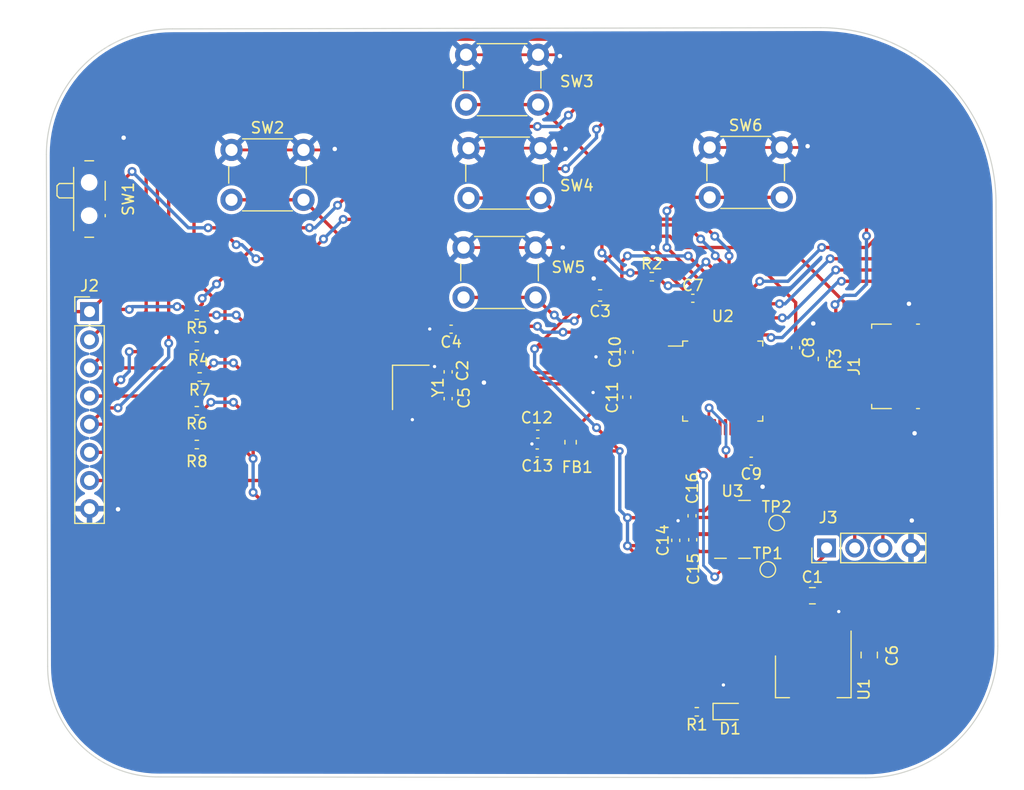
<source format=kicad_pcb>
(kicad_pcb (version 20211014) (generator pcbnew)
  (title_block (title "Graccel Mouse") (date "2022-07-20") (rev "v0.1") (company "Wj Chong"))
  (layers (0 "F.Cu" signal) (31 "B.Cu" power) (34 "B.Paste" user) (35 "F.Paste" user) (36 "B.SilkS" user "B.Silkscreen") (37 "F.SilkS" user "F.Silkscreen") (38 "B.Mask" user) (39 "F.Mask" user) (44 "Edge.Cuts" user))
  (net 0 "")
  (net 1 "VBUS")
  (net 2 "GND")
  (net 3 "/HSE_IN")
  (net 4 "+3.3V")
  (net 5 "/NRST")
  (net 6 "/HSE_OUT")
  (net 7 "+3.3VA")
  (net 8 "/PWR_LED_K")
  (net 9 "/USB_D-")
  (net 10 "/USB_D+")
  (net 12 "/USART1_TX")
  (net 13 "/USART1_RX")
  (net 14 "Net-(R2-Pad1)")
  (net 15 "/BOOT0")
  (net 23 "/SPI1_NSS")
  (net 24 "/SPI1_SCK")
  (net 25 "/SPI1_MISO")
  (net 26 "/SPI1_MOSI")
  (net 37 "Net-(TP1-Pad1)")
  (net 38 "Net-(TP2-Pad1)")
  (net 39 "/JTMS_SWDIO")
  (net 40 "/JTCK_SWCLK")
  (net 41 "/JTDI")
  (net 42 "/JTDO")
  (net 43 "/NJTRST")
  (net 44 "/LEFT_MOUSE")
  (net 48 "/WH_UP")
  (net 49 "/WHEEL_CLICK")
  (net 50 "/WH_DOWN")
  (net 51 "/RIGHT_MOUSE")
  (footprint "Capacitor_SMD:C_0402_1005Metric" (layer "F.Cu") (at 138.23 88.6575)
    (fp_text reference "C7")
    (fp_text value "100n")
  )
  (footprint "Connector_PinHeader_2.54mm:PinHeader_1x04_P2.54mm_Vertical" (layer "F.Cu") (at 150.3 111.19 90)
    (fp_text reference "J3")
    (fp_text value "Conn_01x04_Male")
  )
  (footprint "Resistor_SMD:R_0402_1005Metric" (layer "F.Cu") (at 93.472 90.17 180)
    (fp_text reference "R5")
    (fp_text value "10k")
  )
  (footprint "Resistor_SMD:R_0402_1005Metric" (layer "F.Cu") (at 93.472 98.806 180)
    (fp_text reference "R6")
    (fp_text value "10k")
  )
  (footprint "Crystal:Crystal_SMD_3225-4Pin_3.2x2.5mm" (layer "F.Cu") (at 112.78 96.6975 -90)
    (fp_text reference "Y1")
    (fp_text value "16MHz")
  )
  (footprint "Package_TO_SOT_SMD:SOT-223-3_TabPin2" (layer "F.Cu") (at 149.1 122.7875 -90)
    (fp_text reference "U1")
    (fp_text value "AMS1117-3.3")
  )
  (footprint "Connector_USB:USB_Micro-B_Molex_47346-0001" (layer "F.Cu") (at 156.08 94.8 90)
    (fp_text reference "J1")
    (fp_text value "USB_B_Micro")
  )
  (footprint "Capacitor_SMD:C_0402_1005Metric" (layer "F.Cu") (at 138.22 110.4475 90)
    (fp_text reference "C15")
    (fp_text value "100n")
  )
  (footprint "Inductor_SMD:L_0603_1608Metric" (layer "F.Cu") (at 127.2 101.6475 -90)
    (fp_text reference "FB1")
    (fp_text value "120R")
  )
  (footprint "Button_Switch_THT:SW_PUSH_6mm" (layer "F.Cu") (at 117.99 75.11)
    (fp_text reference "SW4")
    (fp_text value "SW_Push")
  )
  (footprint "Capacitor_SMD:C_0402_1005Metric" (layer "F.Cu") (at 138.16 108.2875 -90)
    (fp_text reference "C16")
    (fp_text value "100n")
  )
  (footprint "Capacitor_SMD:C_0402_1005Metric" (layer "F.Cu") (at 116.42 91.4475 180)
    (fp_text reference "C4")
    (fp_text value "100n")
  )
  (footprint "Button_Switch_THT:SW_PUSH_6mm" (layer "F.Cu") (at 117.54 84.08)
    (fp_text reference "SW5")
    (fp_text value "SW_Push")
  )
  (footprint "Capacitor_SMD:C_0402_1005Metric" (layer "F.Cu") (at 124.19 102.6175 180)
    (fp_text reference "C13")
    (fp_text value "1u")
  )
  (footprint "LED_SMD:LED_0603_1608Metric" (layer "F.Cu") (at 141.54 125.9475)
    (fp_text reference "D1")
    (fp_text value "RED")
  )
  (footprint "Button_Switch_THT:SW_PUSH_6mm" (layer "F.Cu") (at 139.75 75.05)
    (fp_text reference "SW6")
    (fp_text value "SW_Push")
  )
  (footprint "Resistor_SMD:R_0402_1005Metric" (layer "F.Cu") (at 93.472 92.964)
    (fp_text reference "R4")
    (fp_text value "10k")
  )
  (footprint "Button_Switch_THT:SW_PUSH_6mm" (layer "F.Cu") (at 96.6 75.27)
    (fp_text reference "SW2")
    (fp_text value "SW_Push")
  )
  (footprint "Capacitor_SMD:C_0402_1005Metric" (layer "F.Cu") (at 136.69 110.5 90)
    (fp_text reference "C14")
    (fp_text value "1u")
  )
  (footprint "Capacitor_SMD:C_0402_1005Metric" (layer "F.Cu") (at 132.48 93.5175 -90)
    (fp_text reference "C10")
    (fp_text value "100n")
  )
  (footprint "Connector_PinHeader_2.54mm:PinHeader_1x08_P2.54mm_Vertical" (layer "F.Cu") (at 83.79 89.86)
    (fp_text reference "J2")
    (fp_text value "Conn_01x08_Male")
  )
  (footprint "Resistor_SMD:R_0402_1005Metric" (layer "F.Cu") (at 138.59 125.97 180)
    (fp_text reference "R1")
    (fp_text value "1k5")
  )
  (footprint "TestPoint:TestPoint_Pad_D1.0mm" (layer "F.Cu") (at 145 113.13)
    (fp_text reference "TP1")
    (fp_text value "TestPoint")
  )
  (footprint "Resistor_SMD:R_0402_1005Metric" (layer "F.Cu") (at 134.53 86.71)
    (fp_text reference "R2")
    (fp_text value "10k")
  )
  (footprint "Resistor_SMD:R_0402_1005Metric" (layer "F.Cu") (at 149.93 94.13 -90)
    (fp_text reference "R3")
    (fp_text value "1k5")
  )
  (footprint "Capacitor_SMD:C_0402_1005Metric" (layer "F.Cu") (at 147.51 93.12 -90)
    (fp_text reference "C8")
    (fp_text value "100n")
  )
  (footprint "Resistor_SMD:R_0402_1005Metric" (layer "F.Cu") (at 93.472 101.854 180)
    (fp_text reference "R8")
    (fp_text value "10k")
  )
  (footprint "Capacitor_SMD:C_0805_2012Metric" (layer "F.Cu") (at 149.02 115.4975)
    (fp_text reference "C1")
    (fp_text value "22u")
  )
  (footprint "Capacitor_SMD:C_0402_1005Metric" (layer "F.Cu") (at 116.15 97.7175 90)
    (fp_text reference "C5")
    (fp_text value "10p")
  )
  (footprint "Capacitor_SMD:C_0603_1608Metric" (layer "F.Cu") (at 129.865 88.4 180)
    (fp_text reference "C3")
    (fp_text value "10u")
  )
  (footprint "TestPoint:TestPoint_Pad_D1.0mm" (layer "F.Cu") (at 145.8 108.93)
    (fp_text reference "TP2")
    (fp_text value "TestPoint")
  )
  (footprint "Capacitor_SMD:C_0402_1005Metric" (layer "F.Cu") (at 132.27 97.58 90)
    (fp_text reference "C11")
    (fp_text value "10n")
  )
  (footprint "Capacitor_SMD:C_0805_2012Metric" (layer "F.Cu") (at 154.15 120.8475 90)
    (fp_text reference "C6")
    (fp_text value "22u")
  )
  (footprint "Resistor_SMD:R_0402_1005Metric" (layer "F.Cu") (at 93.726 95.758 180)
    (fp_text reference "R7")
    (fp_text value "10k")
  )
  (footprint "Package_QFP:LQFP-48_7x7mm_P0.5mm" (layer "F.Cu") (at 140.93 96.1275)
    (fp_text reference "U2")
    (fp_text value "STM32F103C8Tx")
  )
  (footprint "Capacitor_SMD:C_0402_1005Metric" (layer "F.Cu") (at 124.24 100.9175 180)
    (fp_text reference "C12")
    (fp_text value "1u")
  )
  (footprint "Capacitor_SMD:C_0402_1005Metric" (layer "F.Cu") (at 143.5 103.3575 180)
    (fp_text reference "C9")
    (fp_text value "100n")
  )
  (footprint "Package_LGA:LGA-14_3x5mm_P0.8mm_LayoutBorder1x6y" (layer "F.Cu") (at 141.81 109.51)
    (fp_text reference "U3")
    (fp_text value "ADXL343")
  )
  (footprint "Button_Switch_SMD:SW_SPDT_PCM12" (layer "F.Cu") (at 84.085 79.7 -90)
    (fp_text reference "SW1")
    (fp_text value "SW_SPDT")
  )
  (footprint "Capacitor_SMD:C_0402_1005Metric" (layer "F.Cu") (at 116.15 95.2975 90)
    (fp_text reference "C2")
    (fp_text value "10p")
  )
  (footprint "Button_Switch_THT:SW_PUSH_6mm" (layer "F.Cu") (at 117.77 66.68)
    (fp_text reference "SW3")
    (fp_text value "SW_Push")
  )
  (gr_arc (start 149.78 64.24) (mid 160.959358 68.870642) (end 165.59 80.05) (layer "Edge.Cuts") (width 0.1))
  (gr_arc (start 79.896503 75.676508) (mid 83.23 67.65) (end 91.268937 64.346587) (layer "Edge.Cuts") (width 0.1))
  (gr_arc (start 165.75 120.04) (mid 162.248728 128.462073) (end 153.808701 131.919842) (layer "Edge.Cuts") (width 0.1))
  (gr_line (start 80.009985 121.870264) (end 79.896503 75.676508) (layer "Edge.Cuts") (width 0.1))
  (gr_line (start 149.78 64.24) (end 91.268937 64.346587) (layer "Edge.Cuts") (width 0.1))
  (gr_line (start 165.59 80.05) (end 165.75 120.04) (layer "Edge.Cuts") (width 0.1))
  (gr_line (start 153.808701 131.919842) (end 90 131.85) (layer "Edge.Cuts") (width 0.1))
  (gr_arc (start 90 131.85) (mid 82.933761 128.933497) (end 80.009985 121.870264) (layer "Edge.Cuts") (width 0.1))
  (segment (start 153.582 96.1) (end 152.88 96.802) (width 0.25) (layer "F.Cu") (net 1))
  (segment (start 146.8 116.7675) (end 148.07 115.4975) (width 0.3) (layer "F.Cu") (net 1))
  (segment (start 160.19 112.1) (end 160.19 106.54) (width 0.3) (layer "F.Cu") (net 1))
  (segment (start 159.17 113.12) (end 160.19 112.1) (width 0.3) (layer "F.Cu") (net 1))
  (segment (start 148.07 114.62) (end 149.63 113.06) (width 0.3) (layer "F.Cu") (net 1))
  (segment (start 159.11 113.06) (end 159.17 113.12) (width 0.3) (layer "F.Cu") (net 1))
  (segment (start 148.07 114.62) (end 148.07 115.4975) (width 0.3) (layer "F.Cu") (net 1))
  (segment (start 154.62 96.1) (end 153.582 96.1) (width 0.25) (layer "F.Cu") (net 1))
  (segment (start 160.19 106.54) (end 152.88 99.23) (width 0.3) (layer "F.Cu") (net 1))
  (segment (start 152.88 96.802) (end 152.88 99.23) (width 0.25) (layer "F.Cu") (net 1))
  (segment (start 146.8 116.7675) (end 146.8 119.6375) (width 0.3) (layer "F.Cu") (net 1))
  (segment (start 149.63 113.06) (end 159.11 113.06) (width 0.3) (layer "F.Cu") (net 1))
  (segment (start 151.4 119.6375) (end 151.4 116.9275) (width 0.5) (layer "F.Cu") (net 2))
  (segment (start 149.098 92.054965) (end 149.098 90.932) (width 0.3) (layer "F.Cu") (net 2))
  (segment (start 115.94 91.4475) (end 114.5075 91.4475) (width 0.5) (layer "F.Cu") (net 2))
  (segment (start 143.18 103.1975) (end 143.02 103.3575) (width 0.3) (layer "F.Cu") (net 2))
  (segment (start 113.63 95.5975) (end 114.1425 95.5975) (width 0.5) (layer "F.Cu") (net 2))
  (segment (start 139.75 75.05) (end 146.25 75.05) (width 0.25) (layer "F.Cu") (net 2))
  (segment (start 83.79 107.64) (end 86.304 107.64) (width 0.3) (layer "F.Cu") (net 2))
  (segment (start 154.705 97.2875) (end 156.3925 97.2875) (width 0.25) (layer "F.Cu") (net 2))
  (segment (start 138.22 109.9675) (end 136.7425 109.9675) (width 0.3) (layer "F.Cu") (net 2))
  (segment (start 103.1 75.27) (end 105.832 75.27) (width 0.25) (layer "F.Cu") (net 2))
  (segment (start 138.16 108.7675) (end 138.16 109.9075) (width 0.3) (layer "F.Cu") (net 2))
  (segment (start 138.68 91.965) (end 138.68 88.6875) (width 0.3) (layer "F.Cu") (net 2))
  (segment (start 136.9375 108.7675) (end 136.9 108.73) (width 0.3) (layer "F.Cu") (net 2))
  (segment (start 157.92 108.78) (end 157.988 108.712) (width 0.3) (layer "F.Cu") (net 2))
  (segment (start 140.81 108.31) (end 140.6825 108.4375) (width 0.3) (layer "F.Cu") (net 2))
  (segment (start 85.515 77.45) (end 86.868 76.097) (width 0.3) (layer "F.Cu") (net 2))
  (segment (start 118.4085 97.2375) (end 119.38 96.266) (width 0.3) (layer "F.Cu") (net 2))
  (segment (start 138.71 88.120046) (end 134.641977 84.052023) (width 0.3) (layer "F.Cu") (net 2))
  (segment (start 126.486 84.08) (end 126.492 84.074) (width 0.25) (layer "F.Cu") (net 2))
  (segment (start 154.62 92.3975) (end 154.705 92.3125) (width 0.25) (layer "F.Cu") (net 2))
  (segment (start 116.15 97.2375) (end 118.4085 97.2375) (width 0.3) (layer "F.Cu") (net 2))
  (segment (start 145.0925 93.8775) (end 147.2325 93.8775) (width 0.3) (layer "F.Cu") (net 2))
  (segment (start 114.9225 94.8175) (end 116.15 94.8175) (width 0.5) (layer "F.Cu") (net 2))
  (segment (start 149.97 115.4975) (end 151.4 116.9275) (width 0.5) (layer "F.Cu") (net 2))
  (segment (start 157.28 93.25) (end 157.28 91.425) (width 0.25) (layer "F.Cu") (net 2))
  (segment (start 140.81 109.91) (end 138.2775 109.91) (width 0.3) (layer "F.Cu") (net 2))
  (segment (start 117.54 84.08) (end 124.04 84.08) (width 0.25) (layer "F.Cu") (net 2))
  (segment (start 123.71 101.8) (end 123.71 100.9675) (width 0.5) (layer "F.Cu") (net 2))
  (segment (start 143.05 104.47) (end 144.244 105.664) (width 0.3) (layer "F.Cu") (net 2))
  (segment (start 138.08 125.97) (end 138.08 125.842685) (width 0.5) (layer "F.Cu") (net 2))
  (segment (start 124.27 66.68) (end 126.116 66.68) (width 0.25) (layer "F.Cu") (net 2))
  (segment (start 156.3925 97.2875) (end 157.28 98.175) (width 0.25) (layer "F.Cu") (net 2))
  (segment (start 157.28 95.95) (end 157.28 98.175) (width 0.25) (layer "F.Cu") (net 2))
  (segment (start 132.27 97.1) (end 132.4925 96.8775) (width 0.3) (layer "F.Cu") (net 2))
  (segment (start 138.71 88.6575) (end 138.71 88.120046) (width 0.3) (layer "F.Cu") (net 2))
  (segment (start 140.0675 109.9675) (end 138.22 109.9675) (width 0.3) (layer "F.Cu") (net 2))
  (segment (start 123.71 100.9675) (end 123.76 100.9175) (width 0.5) (layer "F.Cu") (net 2))
  (segment (start 86.304 107.64) (end 86.36 107.696) (width 0.3) (layer "F.Cu") (net 2))
  (segment (start 136.7425 109.9675) (end 136.69 110.02) (width 0.3) (layer "F.Cu") (net 2))
  (segment (start 147.51 93.6) (end 147.552965 93.6) (width 0.3) (layer "F.Cu") (net 2))
  (segment (start 140.372685 123.55) (end 140.99 123.55) (width 0.5) (layer "F.Cu") (net 2))
  (segment (start 138.08 125.842685) (end 140.372685 123.55) (width 0.5) (layer "F.Cu") (net 2))
  (segment (start 147.2325 93.8775) (end 147.51 93.6) (width 0.3) (layer "F.Cu") (net 2))
  (segment (start 93.982 92.962) (end 95.25 91.694) (width 0.3) (layer "F.Cu") (net 2))
  (segment (start 132.48 93.9975) (end 129.5475 93.9975) (width 0.3) (layer "F.Cu") (net 2))
  (segment (start 138.68 88.6875) (end 138.71 88.6575) (width 0.3) (layer "F.Cu") (net 2))
  (segment (start 154.62 93.5) (end 154.62 92.3975) (width 0.25) (layer "F.Cu") (net 2))
  (segment (start 138.16 109.9075) (end 138.22 109.9675) (width 0.3) (layer "F.Cu") (net 2))
  (segment (start 151.66 119.8975) (end 151.4 119.6375) (width 0.5) (layer "F.Cu") (net 2))
  (segment (start 140.81 110.71) (end 140.0675 109.9675) (width 0.3) (layer "F.Cu") (net 2))
  (segment (start 114.5075 91.4475) (end 114.49 91.43) (width 0.5) (layer "F.Cu") (net 2))
  (segment (start 157.28 89.608) (end 157.734 89.154) (width 0.25) (layer "F.Cu") (net 2))
  (segment (start 126.116 66.68) (end 126.238 66.802) (width 0.25) (layer "F.Cu") (net 2))
  (segment (start 140.6825 108.4375) (end 138.49 108.4375) (width 0.3) (layer "F.Cu") (net 2))
  (segment (start 111.93 97.7975) (end 111.93 98.62) (width 0.5) (layer "F.Cu") (net 2))
  (segment (start 154.15 119.8975) (end 151.66 119.8975) (width 0.5) (layer "F.Cu") (net 2))
  (segment (start 157.92 111.19) (end 157.92 108.78) (width 0.3) (layer "F.Cu") (net 2))
  (segment (start 129.09 87.064) (end 129.286 86.868) (width 0.3) (layer "F.Cu") (net 2))
  (segment (start 124.49 75.11) (end 126.672 75.11) (width 0.25) (layer "F.Cu") (net 2))
  (segment (start 105.832 75.27) (end 105.918 75.184) (width 0.25) (layer "F.Cu") (net 2))
  (segment (start 93.982 92.964) (end 93.982 92.962) (width 0.3) (layer "F.Cu") (net 2))
  (segment (start 156.3925 92.3125) (end 157.28 91.425) (width 0.25) (layer "F.Cu") (net 2))
  (segment (start 143.02 103.3575) (end 143.02 104.44) (width 0.3) (layer "F.Cu") (net 2))
  (segment (start 126.672 75.11) (end 126.746 75.184) (width 0.25) (layer "F.Cu") (net 2))
  (segment (start 124.04 84.08) (end 126.486 84.08) (width 0.25) (layer "F.Cu") (net 2))
  (segment (start 138.2775 109.91) (end 138.22 109.9675) (width 0.3) (layer "F.Cu") (net 2))
  (segment (start 148.47 75.05) (end 148.59 74.93) (width 0.25) (layer "F.Cu") (net 2))
  (segment (start 117.77 66.68) (end 124.27 66.68) (width 0.25) (layer "F.Cu") (net 2))
  (segment (start 129.09 88.4) (end 129.09 87.064) (width 0.3) (layer "F.Cu") (net 2))
  (segment (start 86.868 76.097) (end 86.868 74.168) (width 0.3) (layer "F.Cu") (net 2))
  (segment (start 117.99 75.11) (end 124.49 75.11) (width 0.25) (layer "F.Cu") (net 2))
  (segment (start 144.244 105.664) (end 144.526 105.664) (width 0.3) (layer "F.Cu") (net 2))
  (segment (start 147.552965 93.6) (end 149.098 92.054965) (width 0.3) (layer "F.Cu") (net 2))
  (segment (start 143.02 104.44) (end 143.05 104.47) (width 0.3) (layer "F.Cu") (net 2))
  (segment (start 96.6 75.27) (end 103.1 75.27) (width 0.25) (layer "F.Cu") (net 2))
  (segment (start 154.705 92.3125) (end 156.3925 92.3125) (width 0.25) (layer "F.Cu") (net 2))
  (segment (start 138.16 108.7675) (end 136.9375 108.7675) (width 0.3) (layer "F.Cu") (net 2))
  (segment (start 146.25 75.05) (end 148.47 75.05) (width 0.25) (layer "F.Cu") (net 2))
  (segment (start 111.93 98.62) (end 112.92 99.61) (width 0.5) (layer "F.Cu") (net 2))
  (segment (start 132.4925 96.8775) (end 136.7675 96.8775) (width 0.3) (layer "F.Cu") (net 2))
  (segment (start 157.28 93.25) (end 157.28 95.95) (width 0.25) (layer "F.Cu") (net 2))
  (segment (start 157.28 98.175) (end 157.28 99.876) (width 0.25) (layer "F.Cu") (net 2))
  (segment (start 129.5475 93.9975) (end 129.49 93.94) (width 0.3) (layer "F.Cu") (net 2))
  (segment (start 157.28 99.876) (end 158.242 100.838) (width 0.25) (layer "F.Cu") (net 2))
  (segment (start 123.71 102.6175) (end 123.71 101.8) (width 0.5) (layer "F.Cu") (net 2))
  (segment (start 129.29 97.1) (end 129.23 97.16) (width 0.3) (layer "F.Cu") (net 2))
  (segment (start 157.28 91.425) (end 157.28 89.608) (width 0.25) (layer "F.Cu") (net 2))
  (segment (start 132.27 97.1) (end 129.29 97.1) (width 0.3) (layer "F.Cu") (net 2))
  (segment (start 143.18 100.29) (end 143.18 103.1975) (width 0.3) (layer "F.Cu") (net 2))
  (segment (start 114.1425 95.5975) (end 114.9225 94.8175) (width 0.5) (layer "F.Cu") (net 2))
  (segment (start 138.49 108.4375) (end 138.16 108.7675) (width 0.3) (layer "F.Cu") (net 2))
  (via (at 134.641977 84.052023) (size 0.8) (drill 0.4) (layers "F.Cu" "B.Cu") (net 2))
  (via (at 112.92 99.61) (size 0.7) (drill 0.3) (layers "F.Cu" "B.Cu") (net 2))
  (via (at 140.99 123.55) (size 0.7) (drill 0.3) (layers "F.Cu" "B.Cu") (net 2))
  (via (at 114.49 91.43) (size 0.7) (drill 0.3) (layers "F.Cu" "B.Cu") (net 2))
  (via (at 126.238 66.802) (size 0.8) (drill 0.4) (layers "F.Cu" "B.Cu") (net 2))
  (via (at 123.71 101.8) (size 0.7) (drill 0.3) (layers "F.Cu" "B.Cu") (net 2))
  (via (at 95.25 91.694) (size 0.8) (drill 0.4) (layers "F.Cu" "B.Cu") (net 2))
  (via (at 105.918 75.184) (size 0.8) (drill 0.4) (layers "F.Cu" "B.Cu") (net 2))
  (via (at 126.746 75.184) (size 0.8) (drill 0.4) (layers "F.Cu" "B.Cu") (net 2))
  (via (at 129.49 93.94) (size 0.7) (drill 0.3) (layers "F.Cu" "B.Cu") (net 2))
  (via (at 157.988 108.712) (size 0.8) (drill 0.4) (layers "F.Cu" "B.Cu") (net 2))
  (via (at 136.9 108.73) (size 0.7) (drill 0.3) (layers "F.Cu" "B.Cu") (net 2))
  (via (at 86.868 74.168) (size 0.8) (drill 0.4) (layers "F.Cu" "B.Cu") (net 2))
  (via (at 126.492 84.074) (size 0.8) (drill 0.4) (layers "F.Cu" "B.Cu") (net 2))
  (via (at 158.242 100.838) (size 0.8) (drill 0.4) (layers "F.Cu" "B.Cu") (net 2))
  (via (at 151.4 116.9275) (size 0.7) (drill 0.3) (layers "F.Cu" "B.Cu") (net 2))
  (via (at 157.734 89.154) (size 0.8) (drill 0.4) (layers "F.Cu" "B.Cu") (net 2))
  (via (at 129.23 97.16) (size 0.7) (drill 0.3) (layers "F.Cu" "B.Cu") (net 2))
  (via (at 129.286 86.868) (size 0.8) (drill 0.4) (layers "F.Cu" "B.Cu") (net 2))
  (via (at 86.36 107.696) (size 0.8) (drill 0.4) (layers "F.Cu" "B.Cu") (net 2))
  (via (at 148.59 74.93) (size 0.8) (drill 0.4) (layers "F.Cu" "B.Cu") (net 2))
  (via (at 114.9225 94.8175) (size 0.7) (drill 0.3) (layers "F.Cu" "B.Cu") (net 2))
  (via (at 119.38 96.266) (size 0.8) (drill 0.4) (layers "F.Cu" "B.Cu") (net 2))
  (via (at 149.098 90.932) (size 0.8) (drill 0.4) (layers "F.Cu" "B.Cu") (net 2))
  (via (at 144.526 105.664) (size 0.8) (drill 0.4) (layers "F.Cu" "B.Cu") (net 2))
  (segment (start 117.7525 95.3775) (end 117.32 95.81) (width 0.3) (layer "F.Cu") (net 3))
  (segment (start 136.7675 95.3775) (end 117.7525 95.3775) (width 0.3) (layer "F.Cu") (net 3))
  (segment (start 116.1825 95.81) (end 116.15 95.7775) (width 0.3) (layer "F.Cu") (net 3))
  (segment (start 111.93 95.76) (end 111.93 95.5975) (width 0.3) (layer "F.Cu") (net 3))
  (segment (start 115.28 96.6475) (end 112.8175 96.6475) (width 0.3) (layer "F.Cu") (net 3))
  (segment (start 112.8175 96.6475) (end 111.93 95.76) (width 0.3) (layer "F.Cu") (net 3))
  (segment (start 116.15 95.7775) (end 115.28 96.6475) (width 0.3) (layer "F.Cu") (net 3))
  (segment (start 117.32 95.81) (end 116.1825 95.81) (width 0.3) (layer "F.Cu") (net 3))
  (segment (start 138.16 107.8075) (end 139.3345 107.8075) (width 0.3) (layer "F.Cu") (net 4))
  (segment (start 149.1 125.9375) (end 147.2735 125.9375) (width 0.3) (layer "F.Cu") (net 4))
  (segment (start 131.64 102.43) (end 129.54 100.33) (width 0.3) (layer "F.Cu") (net 4))
  (segment (start 123.952 93.218) (end 124.1325 93.0375) (width 0.3) (layer "F.Cu") (net 4))
  (segment (start 133.35 108.458) (end 134.112 107.696) (width 0.3) (layer "F.Cu") (net 4))
  (segment (start 132.334 108.458) (end 133.35 108.458) (width 0.3) (layer "F.Cu") (net 4))
  (segment (start 149.93 93.62) (end 150.474 93.62) (width 0.3) (layer "F.Cu") (net 4))
  (segment (start 130.556 88.316) (end 130.64 88.4) (width 0.3) (layer "F.Cu") (net 4))
  (segment (start 93.982 101.854) (end 97.282 101.854) (width 0.3) (layer "F.Cu") (net 4))
  (segment (start 100.584 129.54) (end 122.936 129.54) (width 0.3) (layer "F.Cu") (net 4))
  (segment (start 130.048 85.598) (end 132.588 83.058) (width 0.3) (layer "F.Cu") (net 4))
  (segment (start 144.8 117.182894) (end 150.3 111.682894) (width 0.3) (layer "F.Cu") (net 4))
  (segment (start 145.0925 93.3775) (end 146.0625 93.3775) (width 0.3) (layer "F.Cu") (net 4))
  (segment (start 127.2 102.435) (end 131.635 102.435) (width 0.3) (layer "F.Cu") (net 4))
  (segment (start 138.0485 107.696) (end 138.16 107.8075) (width 0.3) (layer "F.Cu") (net 4))
  (segment (start 97.028 90.17) (end 98.552 91.694) (width 0.3) (layer "F.Cu") (net 4))
  (segment (start 146.8 92.64) (end 147.51 92.64) (width 0.3) (layer "F.Cu") (net 4))
  (segment (start 136.144 83.058) (end 137.16 84.074) (width 0.3) (layer "F.Cu") (net 4))
  (segment (start 83.79 89.86) (end 87.036 86.614) (width 0.3) (layer "F.Cu") (net 4))
  (segment (start 128.778 85.598) (end 130.048 85.598) (width 0.3) (layer "F.Cu") (net 4))
  (segment (start 98.552 91.694) (end 98.552 97.282) (width 0.3) (layer "F.Cu") (net 4))
  (segment (start 147.2735 125.9375) (end 132.334 110.998) (width 0.3) (layer "F.Cu") (net 4))
  (segment (start 88.138 86.106) (end 88.138 84.573) (width 0.3) (layer "F.Cu") (net 4))
  (segment (start 81.28 90.932) (end 81.28 110.236) (width 0.3) (layer "F.Cu") (net 4))
  (segment (start 93.982 98.806) (end 93.982 98.804) (width 0.3) (layer "F.Cu") (net 4))
  (segment (start 143.68 103.0575) (end 143.98 103.3575) (width 0.3) (layer "F.Cu") (net 4))
  (segment (start 135.98 92.59) (end 132.9275 92.59) (width 0.3) (layer "F.Cu") (net 4))
  (segment (start 130.048 85.598) (end 130.556 86.106) (width 0.3) (layer "F.Cu") (net 4))
  (segment (start 83.79 89.86) (end 82.352 89.86) (width 0.3) (layer "F.Cu") (net 4))
  (segment (start 143.68 100.29) (end 143.68 103.0575) (width 0.3) (layer "F.Cu") (net 4))
  (segment (start 138.1675 110.98) (end 138.22 110.9275) (width 0.3) (layer "F.Cu") (net 4))
  (segment (start 93.982 98.804) (end 94.742 98.044) (width 0.3) (layer "F.Cu") (net 4))
  (segment (start 137.75 88.22) (end 132.588 83.058) (width 0.3) (layer "F.Cu") (net 4))
  (segment (start 145.0135 103.3575) (end 143.98 103.3575) (width 0.3) (layer "F.Cu") (net 4))
  (segment (start 122.936 129.54) (end 146.558 129.54) (width 0.3) (layer "F.Cu") (net 4))
  (segment (start 139.7 107.442) (end 140.742 107.442) (width 0.3) (layer "F.Cu") (net 4))
  (segment (start 148.336 112.014) (end 148.336 106.68) (width 0.3) (layer "F.Cu") (net 4))
  (segment (start 124.1325 93.0375) (end 132.48 93.0375) (width 0.3) (layer "F.Cu") (net 4))
  (segment (start 93.982 90.17) (end 95.25 90.17) (width 0.3) (layer "F.Cu") (net 4))
  (segment (start 151.892 89.002) (end 146.964 84.074) (width 0.3) (layer "F.Cu") (net 4))
  (segment (start 123.952 93.218) (end 128.016 89.154) (width 0.3) (layer "F.Cu") (net 4))
  (segment (start 98.552 99.822) (end 98.552 100.584) (width 0.3) (layer "F.Cu") (net 4))
  (segment (start 134.112 107.696) (end 138.0485 107.696) (width 0.3) (layer "F.Cu") (net 4))
  (segment (start 96.774 98.044) (end 98.552 99.822) (width 0.3) (layer "F.Cu") (net 4))
  (segment (start 147.51 89.04) (end 147.51 92.64) (width 0.3) (layer "F.Cu") (net 4))
  (segment (start 88.138 84.573) (end 85.515 81.95) (width 0.3) (layer "F.Cu") (net 4))
  (segment (start 146.964 84.074) (end 142.544 84.074) (width 0.3) (layer "F.Cu") (net 4))
  (segment (start 149.1 124.52) (end 144.8 120.22) (width 0.3) (layer "F.Cu") (net 4))
  (segment (start 124.67 102.6175) (end 127.0175 102.6175) (width 0.3) (layer "F.Cu") (net 4))
  (segment (start 94.236 95.758) (end 94.236 95.248) (width 0.3) (layer "F.Cu") (net 4))
  (segment (start 144.8 120.22) (end 144.8 117.182894) (width 0.3) (layer "F.Cu") (net 4))
  (segment (start 121.92 129.54) (end 122.936 129.54) (width 0.3) (layer "F.Cu") (net 4))
  (segment (start 151.892 92.202) (end 151.892 89.002) (width 0.3) (layer "F.Cu") (net 4))
  (segment (start 136.69 110.98) (end 138.1675 110.98) (width 0.3) (layer "F.Cu") (net 4))
  (segment (start 137.16 84.074) (end 142.544 84.074) (width 0.3) (layer "F.Cu") (net 4))
  (segment (start 132.588 83.058) (end 136.144 83.058) (width 0.3) (layer "F.Cu") (net 4))
  (segment (start 136.7675 93.3775) (end 136.695 93.305) (width 0.3) (layer "F.Cu") (net 4))
  (segment (start 150.3 111.682894) (end 150.3 111.19) (width 0.3) (layer "F.Cu") (net 4))
  (segment (start 94.236 95.248) (end 94.996 94.488) (width 0.3) (layer "F.Cu") (net 4))
  (segment (start 150.474 93.62) (end 151.892 92.202) (width 0.3) (layer "F.Cu") (net 4))
  (segment (start 137.75 88.6575) (end 137.75 88.22) (width 0.3) (layer "F.Cu") (net 4))
  (segment (start 146.0625 93.3775) (end 146.8 92.64) (width 0.3) (layer "F.Cu") (net 4))
  (segment (start 149.1 126.998) (end 149.1 125.9375) (width 0.3) (layer "F.Cu") (net 4))
  (segment (start 149.1 125.9375) (end 149.1 124.52) (width 0.3) (layer "F.Cu") (net 4))
  (segment (start 98.552 106.172) (end 121.92 129.54) (width 0.3) (layer "F.Cu") (net 4))
  (segment (start 137.74 90.9) (end 137.74 88.6675) (width 0.3) (layer "F.Cu") (net 4))
  (segment (start 131.635 102.435) (end 131.64 102.44) (width 0.3) (layer "F.Cu") (net 4))
  (segment (start 139.3345 107.8075) (end 139.7 107.442) (width 0.3) (layer "F.Cu") (net 4))
  (segment (start 132.9275 92.59) (end 132.48 93.0375) (width 0.3) (layer "F.Cu") (net 4))
  (segment (start 87.036 86.614) (end 87.63 86.614) (width 0.3) (layer "F.Cu") (net 4))
  (segment (start 137.74 88.6675) (end 137.75 88.6575) (width 0.3) (layer "F.Cu") (net 4))
  (segment (start 136.695 93.305) (end 135.98 92.59) (width 0.3) (layer "F.Cu") (net 4))
  (segment (start 98.552 96.266) (end 98.552 97.282) (width 0.3) (layer "F.Cu") (net 4))
  (segment (start 97.282 101.854) (end 98.552 103.124) (width 0.3) (layer "F.Cu") (net 4))
  (segment (start 138.8025 111.51) (end 140.81 111.51) (width 0.3) (layer "F.Cu") (net 4))
  (segment (start 132.352 110.98) (end 136.69 110.98) (width 0.3) (layer "F.Cu") (net 4))
  (segment (start 127.0175 102.6175) (end 127.2 102.435) (width 0.3) (layer "F.Cu") (net 4))
  (segment (start 144.8 115.55) (end 148.336 112.014) (width 0.3) (layer "F.Cu") (net 4))
  (segment (start 98.552 102.616) (end 98.552 103.124) (width 0.3) (layer "F.Cu") (net 4))
  (segment (start 128.016 89.154) (end 128.016 86.36) (width 0.3) (layer "F.Cu") (net 4))
  (segment (start 81.28 110.236) (end 100.584 129.54) (width 0.3) (layer "F.Cu") (net 4))
  (segment (start 96.774 94.488) (end 98.552 96.266) (width 0.3) (layer "F.Cu") (net 4))
  (segment (start 130.556 86.106) (end 130.556 88.316) (width 0.3) (layer "F.Cu") (net 4))
  (segment (start 142.3375 125.9375) (end 149.1 125.9375) (width 0.3) (layer "F.Cu") (net 4))
  (segment (start 87.63 86.614) (end 88.138 86.106) (width 0.3) (layer "F.Cu") (net 4))
  (segment (start 148.336 106.68) (end 145.0135 103.3575) (width 0.3) (layer "F.Cu") (net 4))
  (segment (start 142.544 84.074) (end 147.51 89.04) (width 0.3) (layer "F.Cu") (net 4))
  (segment (start 149.1 119.6375) (end 149.1 125.9375) (width 0.3) (layer "F.Cu") (net 4))
  (segment (start 132.334 110.998) (end 132.352 110.98) (width 0.3) (layer "F.Cu") (net 4))
  (segment (start 138.22 110.9275) (end 138.8025 111.51) (width 0.3) (layer "F.Cu") (net 4))
  (segment (start 142.3275 125.9475) (end 142.3375 125.9375) (width 0.3) (layer "F.Cu") (net 4))
  (segment (start 138.18 91.965) (end 138.18 91.34) (width 0.3) (layer "F.Cu") (net 4))
  (segment (start 98.552 97.282) (end 98.552 100.584) (width 0.3) (layer "F.Cu") (net 4))
  (segment (start 146.558 129.54) (end 149.1 126.998) (width 0.3) (layer "F.Cu") (net 4))
  (segment (start 131.64 102.44) (end 131.64 102.43) (width 0.3) (layer "F.Cu") (net 4))
  (segment (start 138.18 91.34) (end 137.74 90.9) (width 0.3) (layer "F.Cu") (net 4))
  (segment (start 82.352 89.86) (end 81.28 90.932) (width 0.3) (layer "F.Cu") (net 4))
  (segment (start 144.8 117.182894) (end 144.8 115.55) (width 0.3) (layer "F.Cu") (net 4))
  (segment (start 140.742 107.442) (end 140.81 107.51) (width 0.3) (layer "F.Cu") (net 4))
  (segment (start 150.01 125.9375) (end 154.15 121.7975) (width 0.3) (layer "F.Cu") (net 4))
  (segment (start 128.016 86.36) (end 128.778 85.598) (width 0.3) (layer "F.Cu") (net 4))
  (segment (start 98.552 100.584) (end 98.552 102.616) (width 0.3) (layer "F.Cu") (net 4))
  (via (at 96.774 94.488) (size 0.8) (drill 0.4) (layers "F.Cu" "B.Cu") (net 4))
  (via (at 96.774 98.044) (size 0.8) (drill 0.4) (layers "F.Cu" "B.Cu") (net 4))
  (via (at 98.552 106.172) (size 0.8) (drill 0.4) (layers "F.Cu" "B.Cu") (net 4))
  (via (at 94.742 98.044) (size 0.8) (drill 0.4) (layers "F.Cu" "B.Cu") (net 4))
  (via (at 123.952 93.218) (size 0.8) (drill 0.4) (layers "F.Cu" "B.Cu") (net 4))
  (via (at 132.334 108.458) (size 0.8) (drill 0.4) (layers "F.Cu" "B.Cu") (net 4))
  (via (at 129.54 100.33) (size 0.8) (drill 0.4) (layers "F.Cu" "B.Cu") (net 4))
  (via (at 132.334 110.998) (size 0.8) (drill 0.4) (layers "F.Cu" "B.Cu") (net 4))
  (via (at 94.996 94.488) (size 0.8) (drill 0.4) (layers "F.Cu" "B.Cu") (net 4))
  (via (at 97.028 90.17) (size 0.8) (drill 0.4) (layers "F.Cu" "B.Cu") (net 4))
  (via (at 131.64 102.44) (size 0.7) (drill 0.3) (layers "F.Cu" "B.Cu") (net 4))
  (via (at 98.552 103.124) (size 0.8) (drill 0.4) (layers "F.Cu" "B.Cu") (net 4))
  (via (at 95.25 90.17) (size 0.8) (drill 0.4) (layers "F.Cu" "B.Cu") (net 4))
  (segment (start 129.54 100.33) (end 123.952 94.742) (width 0.3) (layer "B.Cu") (net 4))
  (segment (start 94.742 98.044) (end 96.774 98.044) (width 0.3) (layer "B.Cu") (net 4))
  (segment (start 94.996 94.488) (end 96.774 94.488) (width 0.3) (layer "B.Cu") (net 4))
  (segment (start 123.952 94.742) (end 123.952 93.218) (width 0.3) (layer "B.Cu") (net 4))
  (segment (start 132.334 110.998) (end 132.334 108.458) (width 0.3) (layer "B.Cu") (net 4))
  (segment (start 131.64 102.44) (end 131.64 107.764) (width 0.3) (layer "B.Cu") (net 4))
  (segment (start 131.64 107.764) (end 132.334 108.458) (width 0.3) (layer "B.Cu") (net 4))
  (segment (start 98.552 103.124) (end 98.552 106.172) (width 0.3) (layer "B.Cu") (net 4))
  (segment (start 95.25 90.17) (end 97.028 90.17) (width 0.3) (layer "B.Cu") (net 4))
  (segment (start 114.787233 100.563233) (end 119.654767 100.563233) (width 0.3) (layer "F.Cu") (net 5))
  (segment (start 116.9 91.490465) (end 115.430465 92.96) (width 0.3) (layer "F.Cu") (net 5))
  (segment (start 114.440466 100.91) (end 114.660233 100.690233) (width 0.3) (layer "F.Cu") (net 5))
  (segment (start 110.26 92.96) (end 108.98 94.24) (width 0.3) (layer "F.Cu") (net 5))
  (segment (start 83.79 105.1) (end 110.250466 105.1) (width 0.3) (layer "F.Cu") (net 5))
  (segment (start 119.654767 100.563233) (end 123.8405 96.3775) (width 0.3) (layer "F.Cu") (net 5))
  (segment (start 111.7 100.91) (end 114.440466 100.91) (width 0.3) (layer "F.Cu") (net 5))
  (segment (start 123.8405 96.3775) (end 136.7675 96.3775) (width 0.3) (layer "F.Cu") (net 5))
  (segment (start 115.430465 92.96) (end 110.26 92.96) (width 0.3) (layer "F.Cu") (net 5))
  (segment (start 108.98 98.19) (end 111.7 100.91) (width 0.3) (layer "F.Cu") (net 5))
  (segment (start 108.98 94.24) (end 108.98 98.19) (width 0.3) (layer "F.Cu") (net 5))
  (segment (start 114.660233 100.690233) (end 114.787233 100.563233) (width 0.3) (layer "F.Cu") (net 5))
  (segment (start 110.250466 105.1) (end 114.787233 100.563233) (width 0.3) (layer "F.Cu") (net 5))
  (segment (start 116.9 91.4475) (end 116.9 91.490465) (width 0.3) (layer "F.Cu") (net 5))
  (segment (start 114.03 98.1975) (end 113.63 97.7975) (width 0.3) (layer "F.Cu") (net 6))
  (segment (start 121.5465 95.8775) (end 136.974607 95.8775) (width 0.3) (layer "F.Cu") (net 6))
  (segment (start 116.15 98.1975) (end 119.2265 98.1975) (width 0.3) (layer "F.Cu") (net 6))
  (segment (start 116.15 98.1975) (end 114.03 98.1975) (width 0.3) (layer "F.Cu") (net 6))
  (segment (start 119.2265 98.1975) (end 121.5465 95.8775) (width 0.3) (layer "F.Cu") (net 6))
  (segment (start 130 98.06) (end 127.2 100.86) (width 0.3) (layer "F.Cu") (net 7))
  (segment (start 127.2 100.86) (end 124.7775 100.86) (width 0.3) (layer "F.Cu") (net 7))
  (segment (start 136.7675 97.3775) (end 135.928959 97.3775) (width 0.3) (layer "F.Cu") (net 7))
  (segment (start 135.246459 98.06) (end 132.27 98.06) (width 0.3) (layer "F.Cu") (net 7))
  (segment (start 135.928959 97.3775) (end 135.246459 98.06) (width 0.3) (layer "F.Cu") (net 7))
  (segment (start 124.7775 100.86) (end 124.72 100.9175) (width 0.3) (layer "F.Cu") (net 7))
  (segment (start 132.27 98.06) (end 130 98.06) (width 0.3) (layer "F.Cu") (net 7))
  (segment (start 140.7525 125.9475) (end 139.1225 125.9475) (width 0.3) (layer "F.Cu") (net 8))
  (segment (start 139.1225 125.9475) (end 139.1 125.97) (width 0.3) (layer "F.Cu") (net 8))
  (segment (start 153.755 95.45) (end 153.655 95.35) (width 0.2) (layer "F.Cu") (net 9))
  (segment (start 145.0925 95.3775) (end 145.117499 95.352501) (width 0.2) (layer "F.Cu") (net 9))
  (segment (start 145.117499 95.352501) (end 153.4555 95.3525) (width 0.2) (layer "F.Cu") (net 9))
  (segment (start 154.18 95.45) (end 153.755 95.45) (width 0.2) (layer "F.Cu") (net 9))
  (segment (start 153.655 95.35) (end 153.4555 95.35) (width 0.2) (layer "F.Cu") (net 9))
  (segment (start 145.0925 94.8775) (end 145.117499 94.902499) (width 0.2) (layer "F.Cu") (net 10))
  (segment (start 153.755 94.8) (end 153.655 94.9) (width 0.2) (layer "F.Cu") (net 10))
  (segment (start 154.18 94.8) (end 153.755 94.8) (width 0.2) (layer "F.Cu") (net 10))
  (segment (start 153.655 94.9) (end 153.4555 94.9) (width 0.2) (layer "F.Cu") (net 10))
  (segment (start 145.117499 94.902499) (end 153.4555 94.9025) (width 0.2) (layer "F.Cu") (net 10))
  (segment (start 145.0925 96.3775) (end 147.7575 96.3775) (width 0.3) (layer "F.Cu") (net 12))
  (segment (start 152.88 101.5) (end 152.84 101.54) (width 0.3) (layer "F.Cu") (net 12))
  (segment (start 147.7575 96.3775) (end 152.88 101.5) (width 0.3) (layer "F.Cu") (net 12))
  (segment (start 152.84 101.54) (end 152.84 111.19) (width 0.3) (layer "F.Cu") (net 12))
  (segment (start 155.38 103.09) (end 155.38 111.19) (width 0.3) (layer "F.Cu") (net 13))
  (segment (start 148.2475 95.8775) (end 155.42 103.05) (width 0.3) (layer "F.Cu") (net 13))
  (segment (start 145.0925 95.8775) (end 148.2475 95.8775) (width 0.3) (layer "F.Cu") (net 13))
  (segment (start 155.42 103.05) (end 155.38 103.09) (width 0.3) (layer "F.Cu") (net 13))
  (segment (start 95.504 82.296) (end 97.028 83.82) (width 0.3) (layer "F.Cu") (net 14))
  (segment (start 125.984 83.058) (end 129.54 83.058) (width 0.3) (layer "F.Cu") (net 14))
  (segment (start 130.026023 83.544023) (end 130.026023 84.560023) (width 0.3) (layer "F.Cu") (net 14))
  (segment (start 98.806 85.09) (end 103.124 85.09) (width 0.3) (layer "F.Cu") (net 14))
  (segment (start 106.68 81.534) (end 124.46 81.534) (width 0.3) (layer "F.Cu") (net 14))
  (segment (start 103.124 85.09) (end 104.902 83.312) (width 0.3) (layer "F.Cu") (net 14))
  (segment (start 125.73 82.804) (end 125.984 83.058) (width 0.3) (layer "F.Cu") (net 14))
  (segment (start 129.54 83.058) (end 130.026023 83.544023) (width 0.3) (layer "F.Cu") (net 14))
  (segment (start 133.67 86.36) (end 134.02 86.71) (width 0.3) (layer "F.Cu") (net 14))
  (segment (start 132.588 86.36) (end 133.67 86.36) (width 0.3) (layer "F.Cu") (net 14))
  (segment (start 94.488 82.296) (end 95.504 82.296) (width 0.3) (layer "F.Cu") (net 14))
  (segment (start 124.46 81.534) (end 125.73 82.804) (width 0.3) (layer "F.Cu") (net 14))
  (segment (start 85.515 80.45) (end 85.515 79.331) (width 0.3) (layer "F.Cu") (net 14))
  (segment (start 85.515 79.331) (end 87.63 77.216) (width 0.3) (layer "F.Cu") (net 14))
  (via (at 106.68 81.534) (size 0.8) (drill 0.4) (layers "F.Cu" "B.Cu") (net 14))
  (via (at 87.63 77.216) (size 0.8) (drill 0.4) (layers "F.Cu" "B.Cu") (net 14))
  (via (at 132.588 86.36) (size 0.8) (drill 0.4) (layers "F.Cu" "B.Cu") (net 14))
  (via (at 104.902 83.312) (size 0.8) (drill 0.4) (layers "F.Cu" "B.Cu") (net 14))
  (via (at 94.488 82.296) (size 0.8) (drill 0.4) (layers "F.Cu" "B.Cu") (net 14))
  (via (at 97.028 83.82) (size 0.8) (drill 0.4) (layers "F.Cu" "B.Cu") (net 14))
  (via (at 130.026023 84.560023) (size 0.8) (drill 0.4) (layers "F.Cu" "B.Cu") (net 14))
  (via (at 98.806 85.09) (size 0.8) (drill 0.4) (layers "F.Cu" "B.Cu") (net 14))
  (segment (start 87.63 77.216) (end 92.71 82.296) (width 0.3) (layer "B.Cu") (net 14))
  (segment (start 131.826 86.36) (end 132.588 86.36) (width 0.3) (layer "B.Cu") (net 14))
  (segment (start 104.902 83.312) (end 106.68 81.534) (width 0.3) (layer "B.Cu") (net 14))
  (segment (start 97.028 83.82) (end 97.536 83.82) (width 0.3) (layer "B.Cu") (net 14))
  (segment (start 97.536 83.82) (end 98.806 85.09) (width 0.3) (layer "B.Cu") (net 14))
  (segment (start 130.026023 84.560023) (end 131.826 86.36) (width 0.3) (layer "B.Cu") (net 14))
  (segment (start 92.71 82.296) (end 94.488 82.296) (width 0.3) (layer "B.Cu") (net 14))
  (segment (start 135.854977 87.524977) (end 135.04 86.71) (width 0.3) (layer "F.Cu") (net 15))
  (segment (start 135.995023 87.524977) (end 135.854977 87.524977) (width 0.3) (layer "F.Cu") (net 15))
  (segment (start 140.18 89.915564) (end 140.498559 89.597005) (width 0.3) (layer "F.Cu") (net 15))
  (segment (start 140.18 91.965) (end 140.18 89.915564) (width 0.3) (layer "F.Cu") (net 15))
  (segment (start 140.498559 86.457628) (end 139.415465 85.374534) (width 0.3) (layer "F.Cu") (net 15))
  (segment (start 140.498559 89.597005) (end 140.498559 86.457628) (width 0.3) (layer "F.Cu") (net 15))
  (via (at 139.415465 85.374534) (size 0.8) (drill 0.4) (layers "F.Cu" "B.Cu") (net 15))
  (via (at 135.995023 87.524977) (size 0.8) (drill 0.4) (layers "F.Cu" "B.Cu") (net 15))
  (segment (start 137.265022 87.524977) (end 135.995023 87.524977) (width 0.3) (layer "B.Cu") (net 15))
  (segment (start 139.415465 85.374534) (end 137.265022 87.524977) (width 0.3) (layer "B.Cu") (net 15))
  (segment (start 140.208 113.792) (end 141.81 112.19) (width 0.25) (layer "F.Cu") (net 23))
  (segment (start 138.68 104.136) (end 139.192 104.648) (width 0.25) (layer "F.Cu") (net 23))
  (segment (start 141.81 112.19) (end 141.81 111.51) (width 0.25) (layer "F.Cu") (net 23))
  (segment (start 138.68 100.29) (end 138.68 104.136) (width 0.25) (layer "F.Cu") (net 23))
  (via (at 139.192 104.648) (size 0.8) (drill 0.4) (layers "F.Cu" "B.Cu") (net 23))
  (via (at 140.208 113.792) (size 0.8) (drill 0.4) (layers "F.Cu" "B.Cu") (net 23))
  (segment (start 139.192 104.648) (end 139.192 112.776) (width 0.25) (layer "B.Cu") (net 23))
  (segment (start 139.192 112.776) (end 140.208 113.792) (width 0.25) (layer "B.Cu") (net 23))
  (segment (start 139.18 103.537106) (end 139.18 100.29) (width 0.3) (layer "F.Cu") (net 24))
  (segment (start 141.81 106.167106) (end 139.18 103.537106) (width 0.3) (layer "F.Cu") (net 24))
  (segment (start 141.81 107.51) (end 141.81 106.167106) (width 0.3) (layer "F.Cu") (net 24))
  (segment (start 144.272 107.159) (end 144.272 107.95) (width 0.25) (layer "F.Cu") (net 25))
  (segment (start 143.285 106.113248) (end 143.285 106.172) (width 0.25) (layer "F.Cu") (net 25))
  (segment (start 139.68 100.29) (end 139.68 98.572) (width 0.25) (layer "F.Cu") (net 25))
  (segment (start 142.81 108.31) (end 143.912 108.31) (width 0.3) (layer "F.Cu") (net 25))
  (segment (start 141.224 104.052248) (end 143.285 106.113248) (width 0.25) (layer "F.Cu") (net 25))
  (segment (start 144.272 107.95) (end 144.018 108.204) (width 0.25) (layer "F.Cu") (net 25))
  (segment (start 139.68 98.572) (end 139.7 98.552) (width 0.25) (layer "F.Cu") (net 25))
  (segment (start 141.224 102.362) (end 141.224 104.052248) (width 0.25) (layer "F.Cu") (net 25))
  (segment (start 143.285 106.172) (end 144.272 107.159) (width 0.25) (layer "F.Cu") (net 25))
  (segment (start 143.912 108.31) (end 144.018 108.204) (width 0.3) (layer "F.Cu") (net 25))
  (via (at 141.224 102.362) (size 0.8) (drill 0.4) (layers "F.Cu" "B.Cu") (net 25))
  (via (at 139.7 98.552) (size 0.8) (drill 0.4) (layers "F.Cu" "B.Cu") (net 25))
  (segment (start 139.7 98.552) (end 141.224 100.076) (width 0.25) (layer "B.Cu") (net 25))
  (segment (start 141.224 100.076) (end 141.224 102.362) (width 0.25) (layer "B.Cu") (net 25))
  (segment (start 142.81 106.31) (end 140.18 103.68) (width 0.3) (layer "F.Cu") (net 26))
  (segment (start 142.81 107.51) (end 142.81 106.31) (width 0.3) (layer "F.Cu") (net 26))
  (segment (start 140.18 103.68) (end 140.18 100.29) (width 0.3) (layer "F.Cu") (net 26))
  (segment (start 143.38 111.51) (end 145 113.13) (width 0.3) (layer "F.Cu") (net 37))
  (segment (start 142.81 111.51) (end 143.38 111.51) (width 0.3) (layer "F.Cu") (net 37))
  (segment (start 144.02 110.71) (end 145.8 108.93) (width 0.3) (layer "F.Cu") (net 38))
  (segment (start 142.81 110.71) (end 144.02 110.71) (width 0.3) (layer "F.Cu") (net 38))
  (segment (start 151.13 91.414106) (end 151.13 89.154) (width 0.3) (layer "F.Cu") (net 39))
  (segment (start 86.528 89.662) (end 87.376 89.662) (width 0.3) (layer "F.Cu") (net 39))
  (segment (start 103.632 82.296) (end 100.33 82.296) (width 0.3) (layer "F.Cu") (net 39))
  (segment (start 93.958023 89.173977) (end 92.962 90.17) (width 0.3) (layer "F.Cu") (net 39))
  (segment (start 83.79 92.4) (end 86.528 89.662) (width 0.3) (layer "F.Cu") (net 39))
  (segment (start 145.0925 94.3775) (end 148.166606 94.3775) (width 0.3) (layer "F.Cu") (net 39))
  (segment (start 130.048 72.898) (end 129.54 73.406) (width 0.3) (layer "F.Cu") (net 39))
  (segment (start 109.474 76.962) (end 106.172 80.264) (width 0.3) (layer "F.Cu") (net 39))
  (segment (start 91.694 89.408) (end 92.2 89.408) (width 0.3) (layer "F.Cu") (net 39))
  (segment (start 93.958023 88.667977) (end 93.958023 89.173977) (width 0.3) (layer "F.Cu") (net 39))
  (segment (start 92.2 89.408) (end 92.962 90.17) (width 0.3) (layer "F.Cu") (net 39))
  (segment (start 148.59 72.39) (end 130.556 72.39) (width 0.3) (layer "F.Cu") (net 39))
  (segment (start 130.556 72.39) (end 130.048 72.898) (width 0.3) (layer "F.Cu") (net 39))
  (segment (start 151.13 89.154) (end 151.057023 89.226977) (width 0.3) (layer "F.Cu") (net 39))
  (segment (start 153.902023 83.036023) (end 153.902023 77.702023) (width 0.3) (layer "F.Cu") (net 39))
  (segment (start 148.166606 94.3775) (end 151.13 91.414106) (width 0.3) (layer "F.Cu") (net 39))
  (segment (start 153.902023 77.702023) (end 148.59 72.39) (width 0.3) (layer "F.Cu") (net 39))
  (segment (start 100.33 82.296) (end 95.25 87.376) (width 0.3) (layer "F.Cu") (net 39))
  (segment (start 126.746 76.962) (end 109.474 76.962) (width 0.3) (layer "F.Cu") (net 39))
  (via (at 126.746 76.962) (size 0.8) (drill 0.4) (layers "F.Cu" "B.Cu") (net 39))
  (via (at 87.376 89.662) (size 0.8) (drill 0.4) (layers "F.Cu" "B.Cu") (net 39))
  (via (at 129.54 73.406) (size 0.8) (drill 0.4) (layers "F.Cu" "B.Cu") (net 39))
  (via (at 95.25 87.376) (size 0.8) (drill 0.4) (layers "F.Cu" "B.Cu") (net 39))
  (via (at 93.958023 88.667977) (size 0.8) (drill 0.4) (layers "F.Cu" "B.Cu") (net 39))
  (via (at 103.632 82.296) (size 0.8) (drill 0.4) (layers "F.Cu" "B.Cu") (net 39))
  (via (at 151.057023 89.226977) (size 0.8) (drill 0.4) (layers "F.Cu" "B.Cu") (net 39))
  (via (at 153.902023 83.036023) (size 0.8) (drill 0.4) (layers "F.Cu" "B.Cu") (net 39))
  (via (at 106.172 80.264) (size 0.8) (drill 0.4) (layers "F.Cu" "B.Cu") (net 39))
  (via (at 91.694 89.408) (size 0.8) (drill 0.4) (layers "F.Cu" "B.Cu") (net 39))
  (segment (start 104.14 82.296) (end 103.632 82.296) (width 0.3) (layer "B.Cu") (net 39))
  (segment (start 151.892 88.392) (end 152.4 88.392) (width 0.3) (layer "B.Cu") (net 39))
  (segment (start 87.63 89.408) (end 91.694 89.408) (width 0.3) (layer "B.Cu") (net 39))
  (segment (start 152.908 88.392) (end 153.902023 87.397977) (width 0.3) (layer "B.Cu") (net 39))
  (segment (start 95.25 87.376) (end 93.958023 88.667977) (width 0.3) (layer "B.Cu") (net 39))
  (segment (start 129.54 73.406) (end 129.54 74.168) (width 0.3) (layer "B.Cu") (net 39))
  (segment (start 153.902023 87.397977) (end 153.902023 83.036023) (width 0.3) (layer "B.Cu") (net 39))
  (segment (start 106.172 80.264) (end 104.14 82.296) (width 0.3) (layer "B.Cu") (net 39))
  (segment (start 152.4 88.392) (end 152.908 88.392) (width 0.3) (layer "B.Cu") (net 39))
  (segment (start 151.057023 89.226977) (end 151.892 88.392) (width 0.3) (layer "B.Cu") (net 39))
  (segment (start 87.376 89.662) (end 87.63 89.408) (width 0.3) (layer "B.Cu") (net 39))
  (segment (start 129.54 74.168) (end 126.746 76.962) (width 0.3) (layer "B.Cu") (net 39))
  (segment (start 94.742 65.278) (end 88.9 71.12) (width 0.3) (layer "F.Cu") (net 40))
  (segment (start 90.986 94.94) (end 92.962 92.964) (width 0.3) (layer "F.Cu") (net 40))
  (segment (start 83.79 94.94) (end 90.986 94.94) (width 0.3) (layer "F.Cu") (net 40))
  (segment (start 152.908 65.278) (end 94.742 65.278) (width 0.3) (layer "F.Cu") (net 40))
  (segment (start 156.718 87.122) (end 159.512 84.328) (width 0.3) (layer "F.Cu") (net 40))
  (segment (start 88.9 89.83) (end 83.79 94.94) (width 0.3) (layer "F.Cu") (net 40))
  (segment (start 145.051 91.965) (end 145.288 92.202) (width 0.3) (layer "F.Cu") (net 40))
  (segment (start 159.512 84.328) (end 159.512 71.882) (width 0.3) (layer "F.Cu") (net 40))
  (segment (start 159.512 71.882) (end 152.908 65.278) (width 0.3) (layer "F.Cu") (net 40))
  (segment (start 143.68 91.965) (end 145.051 91.965) (width 0.3) (layer "F.Cu") (net 40))
  (segment (start 88.9 71.12) (end 88.9 89.83) (width 0.3) (layer "F.Cu") (net 40))
  (segment (start 151.638 87.122) (end 156.718 87.122) (width 0.3) (layer "F.Cu") (net 40))
  (via (at 151.638 87.122) (size 0.8) (drill 0.4) (layers "F.Cu" "B.Cu") (net 40))
  (via (at 145.288 92.202) (size 0.8) (drill 0.4) (layers "F.Cu" "B.Cu") (net 40))
  (segment (start 146.304 92.202) (end 151.384 87.122) (width 0.3) (layer "B.Cu") (net 40))
  (segment (start 151.384 87.122) (end 151.638 87.122) (width 0.3) (layer "B.Cu") (net 40))
  (segment (start 145.288 92.202) (end 146.304 92.202) (width 0.3) (layer "B.Cu") (net 40))
  (segment (start 94.996 68.326) (end 91.44 71.882) (width 0.3) (layer "F.Cu") (net 41))
  (segment (start 85.146 97.48) (end 83.79 97.48) (width 0.3) (layer "F.Cu") (net 41))
  (segment (start 143.18 91.008) (end 143.51 90.678) (width 0.3) (layer "F.Cu") (net 41))
  (segment (start 153.924 68.326) (end 113.284 68.326) (width 0.3) (layer "F.Cu") (net 41))
  (segment (start 143.18 91.965) (end 143.18 91.008) (width 0.3) (layer "F.Cu") (net 41))
  (segment (start 86.614 96.012) (end 85.146 97.48) (width 0.3) (layer "F.Cu") (net 41))
  (segment (start 143.764 90.424) (end 146.304 90.424) (width 0.3) (layer "F.Cu") (net 41))
  (segment (start 157.988 72.39) (end 153.924 68.326) (width 0.3) (layer "F.Cu") (net 41))
  (segment (start 113.284 68.326) (end 94.996 68.326) (width 0.3) (layer "F.Cu") (net 41))
  (segment (start 91.494 97.48) (end 93.216 95.758) (width 0.3) (layer "F.Cu") (net 41))
  (segment (start 89.154 93.472) (end 87.376 93.472) (width 0.3) (layer "F.Cu") (net 41))
  (segment (start 91.44 71.882) (end 89.916 73.406) (width 0.3) (layer "F.Cu") (net 41))
  (segment (start 143.51 90.678) (end 143.764 90.424) (width 0.3) (layer "F.Cu") (net 41))
  (segment (start 151.13 86.106) (end 155.956 86.106) (width 0.3) (layer "F.Cu") (net 41))
  (segment (start 89.916 73.406) (end 89.916 92.71) (width 0.3) (layer "F.Cu") (net 41))
  (segment (start 83.79 97.48) (end 91.494 97.48) (width 0.3) (layer "F.Cu") (net 41))
  (segment (start 89.916 92.71) (end 89.154 93.472) (width 0.3) (layer "F.Cu") (net 41))
  (segment (start 157.988 84.074) (end 157.988 72.39) (width 0.3) (layer "F.Cu") (net 41))
  (segment (start 155.956 86.106) (end 157.988 84.074) (width 0.3) (layer "F.Cu") (net 41))
  (via (at 146.304 90.424) (size 0.8) (drill 0.4) (layers "F.Cu" "B.Cu") (net 41))
  (via (at 151.13 86.106) (size 0.8) (drill 0.4) (layers "F.Cu" "B.Cu") (net 41))
  (via (at 87.376 93.472) (size 0.8) (drill 0.4) (layers "F.Cu" "B.Cu") (net 41))
  (via (at 86.614 96.012) (size 0.8) (drill 0.4) (layers "F.Cu" "B.Cu") (net 41))
  (segment (start 146.304 90.424) (end 146.812 90.424) (width 0.3) (layer "B.Cu") (net 41))
  (segment (start 146.812 90.424) (end 151.13 86.106) (width 0.3) (layer "B.Cu") (net 41))
  (segment (start 87.376 95.25) (end 86.614 96.012) (width 0.3) (layer "B.Cu") (net 41))
  (segment (start 87.376 93.472) (end 87.376 95.25) (width 0.3) (layer "B.Cu") (net 41))
  (segment (start 142.68 91.965) (end 142.68 90.238) (width 0.3) (layer "F.Cu") (net 42))
  (segment (start 143.764 89.154) (end 146.05 89.154) (width 0.3) (layer "F.Cu") (net 42))
  (segment (start 96.286 69.83) (end 91.694 74.422) (width 0.3) (layer "F.Cu") (net 42))
  (segment (start 85.258 98.552) (end 83.79 100.02) (width 0.3) (layer "F.Cu") (net 42))
  (segment (start 150.622 85.09) (end 154.432 85.09) (width 0.3) (layer "F.Cu") (net 42))
  (segment (start 152.908 69.596) (end 152.674 69.83) (width 0.3) (layer "F.Cu") (net 42))
  (segment (start 91.694 74.422) (end 90.932 75.184) (width 0.3) (layer "F.Cu") (net 42))
  (segment (start 154.432 85.09) (end 156.464 83.058) (width 0.3) (layer "F.Cu") (net 42))
  (segment (start 86.36 98.552) (end 85.258 98.552) (width 0.3) (layer "F.Cu") (net 42))
  (segment (start 142.68 90.238) (end 143.764 89.154) (width 0.3) (layer "F.Cu") (net 42))
  (segment (start 91.748 100.02) (end 92.962 98.806) (width 0.3) (layer "F.Cu") (net 42))
  (segment (start 90.932 75.184) (end 90.932 92.71) (width 0.3) (layer "F.Cu") (net 42))
  (segment (start 83.79 100.02) (end 91.748 100.02) (width 0.3) (layer "F.Cu") (net 42))
  (segment (start 156.464 73.152) (end 152.908 69.596) (width 0.3) (layer "F.Cu") (net 42))
  (segment (start 152.674 69.83) (end 96.286 69.83) (width 0.3) (layer "F.Cu") (net 42))
  (segment (start 156.464 83.058) (end 156.464 73.152) (width 0.3) (layer "F.Cu") (net 42))
  (via (at 150.622 85.09) (size 0.8) (drill 0.4) (layers "F.Cu" "B.Cu") (net 42))
  (via (at 146.05 89.154) (size 0.8) (drill 0.4) (layers "F.Cu" "B.Cu") (net 42))
  (via (at 86.36 98.552) (size 0.8) (drill 0.4) (layers "F.Cu" "B.Cu") (net 42))
  (via (at 90.932 92.71) (size 0.8) (drill 0.4) (layers "F.Cu" "B.Cu") (net 42))
  (segment (start 90.932 92.71) (end 90.932 93.98) (width 0.3) (layer "B.Cu") (net 42))
  (segment (start 90.932 93.98) (end 86.36 98.552) (width 0.3) (layer "B.Cu") (net 42))
  (segment (start 146.558 89.154) (end 150.622 85.09) (width 0.3) (layer "B.Cu") (net 42))
  (segment (start 146.05 89.154) (end 146.558 89.154) (width 0.3) (layer "B.Cu") (net 42))
  (segment (start 93.218 86.868) (end 96.012 89.662) (width 0.3) (layer "F.Cu") (net 43))
  (segment (start 154.94 74.93) (end 151.384 71.374) (width 0.3) (layer "F.Cu") (net 43))
  (segment (start 124.206 73.152) (end 95.504 73.152) (width 0.3) (layer "F.Cu") (net 43))
  (segment (start 153.924 84.074) (end 154.94 83.058) (width 0.3) (layer "F.Cu") (net 43))
  (segment (start 149.86 84.074) (end 153.924 84.074) (width 0.3) (layer "F.Cu") (net 43))
  (segment (start 154.94 83.058) (end 154.94 74.93) (width 0.3) (layer "F.Cu") (net 43))
  (segment (start 151.384 71.374) (end 127.762 71.374) (width 0.3) (layer "F.Cu") (net 43))
  (segment (start 92.256 102.56) (end 92.962 101.854) (width 0.3) (layer "F.Cu") (net 43))
  (segment (start 142.18 91.965) (end 142.18 89.214) (width 0.3) (layer "F.Cu") (net 43))
  (segment (start 93.218 75.438) (end 93.218 86.868) (width 0.3) (layer "F.Cu") (net 43))
  (segment (start 142.18 89.214) (end 144.272 87.122) (width 0.3) (layer "F.Cu") (net 43))
  (segment (start 127.762 71.374) (end 127 72.136) (width 0.3) (layer "F.Cu") (net 43))
  (segment (start 95.504 73.152) (end 93.218 75.438) (width 0.3) (layer "F.Cu") (net 43))
  (segment (start 83.79 102.56) (end 92.256 102.56) (width 0.3) (layer "F.Cu") (net 43))
  (segment (start 96.012 98.804) (end 92.962 101.854) (width 0.3) (layer "F.Cu") (net 43))
  (segment (start 96.012 89.662) (end 96.012 98.804) (width 0.3) (layer "F.Cu") (net 43))
  (via (at 149.86 84.074) (size 0.8) (drill 0.4) (layers "F.Cu" "B.Cu") (net 43))
  (via (at 144.272 87.122) (size 0.8) (drill 0.4) (layers "F.Cu" "B.Cu") (net 43))
  (via (at 124.206 73.152) (size 0.8) (drill 0.4) (layers "F.Cu" "B.Cu") (net 43))
  (via (at 127 72.136) (size 0.8) (drill 0.4) (layers "F.Cu" "B.Cu") (net 43))
  (segment (start 127 72.136) (end 125.984 73.152) (width 0.3) (layer "B.Cu") (net 43))
  (segment (start 125.984 73.152) (end 124.206 73.152) (width 0.3) (layer "B.Cu") (net 43))
  (segment (start 144.272 87.122) (end 146.812 87.122) (width 0.3) (layer "B.Cu") (net 43))
  (segment (start 146.812 87.122) (end 149.86 84.074) (width 0.3) (layer "B.Cu") (net 43))
  (segment (start 136.652 91.948) (end 136.419977 91.715977) (width 0.3) (layer "F.Cu") (net 44))
  (segment (start 141.478 93.218) (end 137.946541 93.218) (width 0.3) (layer "F.Cu") (net 44))
  (segment (start 124.206 91.186) (end 120.396 91.186) (width 0.3) (layer "F.Cu") (net 44))
  (segment (start 137.946541 93.218) (end 137.184541 92.456) (width 0.3) (layer "F.Cu") (net 44))
  (segment (start 137.16 92.456) (end 136.652 91.948) (width 0.3) (layer "F.Cu") (net 44))
  (segment (start 141.68 91.965) (end 141.68 93.016) (width 0.3) (layer "F.Cu") (net 44))
  (segment (start 120.396 91.186) (end 119.634 90.424) (width 0.3) (layer "F.Cu") (net 44))
  (segment (start 96.6 79.77) (end 103.1 79.77) (width 0.3) (layer "F.Cu") (net 44))
  (segment (start 141.68 93.016) (end 141.478 93.218) (width 0.3) (layer "F.Cu") (net 44))
  (segment (start 119.634 90.424) (end 113.754 90.424) (width 0.3) (layer "F.Cu") (net 44))
  (segment (start 113.754 90.424) (end 103.1 79.77) (width 0.3) (layer "F.Cu") (net 44))
  (segment (start 136.419977 91.715977) (end 126.513977 91.715977) (width 0.3) (layer "F.Cu") (net 44))
  (segment (start 137.184541 92.456) (end 137.16 92.456) (width 0.3) (layer "F.Cu") (net 44))
  (via (at 126.513977 91.715977) (size 0.8) (drill 0.4) (layers "F.Cu" "B.Cu") (net 44))
  (via (at 124.206 91.186) (size 0.8) (drill 0.4) (layers "F.Cu" "B.Cu") (net 44))
  (segment (start 126.513977 91.715977) (end 124.735977 91.715977) (width 0.3) (layer "B.Cu") (net 44))
  (segment (start 124.46 91.44) (end 124.206 91.186) (width 0.3) (layer "B.Cu") (net 44))
  (segment (start 124.735977 91.715977) (end 124.46 91.44) (width 0.3) (layer "B.Cu") (net 44))
  (segment (start 134.612 81.522) (end 124.27 71.18) (width 0.3) (layer "F.Cu") (net 48))
  (segment (start 141.498559 90.011217) (end 141.498559 84.836) (width 0.3) (layer "F.Cu") (net 48))
  (segment (start 138.672 81.522) (end 134.612 81.522) (width 0.3) (layer "F.Cu") (net 48))
  (segment (start 141.18 90.329776) (end 141.498559 90.011217) (width 0.3) (layer "F.Cu") (net 48))
  (segment (start 140.208 83.058) (end 138.672 81.522) (width 0.3) (layer "F.Cu") (net 48))
  (segment (start 141.18 91.965) (end 141.18 90.329776) (width 0.3) (layer "F.Cu") (net 48))
  (segment (start 117.77 71.18) (end 124.27 71.18) (width 0.3) (layer "F.Cu") (net 48))
  (via (at 140.208 83.058) (size 0.8) (drill 0.4) (layers "F.Cu" "B.Cu") (net 48))
  (via (at 141.498559 84.836) (size 0.8) (drill 0.4) (layers "F.Cu" "B.Cu") (net 48))
  (segment (start 141.498559 84.836) (end 141.498559 84.348559) (width 0.3) (layer "B.Cu") (net 48))
  (segment (start 141.498559 84.348559) (end 140.208 83.058) (width 0.3) (layer "B.Cu") (net 48))
  (segment (start 140.68 90.12267) (end 140.998559 89.804111) (width 0.3) (layer "F.Cu") (net 49))
  (segment (start 138.938 83.312) (end 137.668 82.042) (width 0.3) (layer "F.Cu") (net 49))
  (segment (start 137.668 82.042) (end 126.922 82.042) (width 0.3) (layer "F.Cu") (net 49))
  (segment (start 126.922 82.042) (end 124.49 79.61) (width 0.3) (layer "F.Cu") (net 49))
  (segment (start 140.68 91.965) (end 140.68 90.12267) (width 0.3) (layer "F.Cu") (net 49))
  (segment (start 117.99 79.61) (end 124.49 79.61) (width 0.3) (layer "F.Cu") (net 49))
  (segment (start 140.998559 89.804111) (end 140.998559 85.572709) (width 0.3) (layer "F.Cu") (net 49))
  (segment (start 140.998559 85.572709) (end 140.24935 84.8235) (width 0.3) (layer "F.Cu") (net 49))
  (via (at 140.24935 84.8235) (size 0.8) (drill 0.4) (layers "F.Cu" "B.Cu") (net 49))
  (via (at 138.938 83.312) (size 0.8) (drill 0.4) (layers "F.Cu" "B.Cu") (net 49))
  (segment (start 140.24935 84.62335) (end 138.938 83.312) (width 0.3) (layer "B.Cu") (net 49))
  (segment (start 140.24935 84.8235) (end 140.24935 84.62335) (width 0.3) (layer "B.Cu") (net 49))
  (segment (start 131.826 85.344) (end 132.334 84.836) (width 0.3) (layer "F.Cu") (net 50))
  (segment (start 125.63 90.17) (end 124.04 88.58) (width 0.3) (layer "F.Cu") (net 50))
  (segment (start 130.302 90.17) (end 128.059954 90.17) (width 0.3) (layer "F.Cu") (net 50))
  (segment (start 131.826 86.614) (end 131.826 89.154) (width 0.3) (layer "F.Cu") (net 50))
  (segment (start 139.998559 87.017582) (end 137.816977 84.836) (width 0.3) (layer "F.Cu") (net 50))
  (segment (start 139.998559 89.389899) (end 139.998559 87.017582) (width 0.3) (layer "F.Cu") (net 50))
  (segment (start 131.826 89.154) (end 130.81 90.17) (width 0.3) (layer "F.Cu") (net 50))
  (segment (start 131.826 86.614) (end 131.826 85.344) (width 0.3) (layer "F.Cu") (net 50))
  (segment (start 125.73 90.17) (end 125.63 90.17) (width 0.3) (layer "F.Cu") (net 50))
  (segment (start 124.04 88.58) (end 117.54 88.58) (width 0.3) (layer "F.Cu") (net 50))
  (segment (start 139.68 91.965) (end 139.68 89.708458) (width 0.3) (layer "F.Cu") (net 50))
  (segment (start 130.81 90.17) (end 130.302 90.17) (width 0.3) (layer "F.Cu") (net 50))
  (segment (start 139.68 89.708458) (end 139.998559 89.389899) (width 0.3) (layer "F.Cu") (net 50))
  (segment (start 128.059954 90.17) (end 127.529977 90.699977) (width 0.3) (layer "F.Cu") (net 50))
  (via (at 137.816977 84.836) (size 0.8) (drill 0.4) (layers "F.Cu" "B.Cu") (net 50))
  (via (at 125.73 90.17) (size 0.8) (drill 0.4) (layers "F.Cu" "B.Cu") (net 50))
  (via (at 127.529977 90.699977) (size 0.8) (drill 0.4) (layers "F.Cu" "B.Cu") (net 50))
  (via (at 132.334 84.836) (size 0.8) (drill 0.4) (layers "F.Cu" "B.Cu") (net 50))
  (segment (start 127.529977 90.699977) (end 126.259977 90.699977) (width 0.3) (layer "B.Cu") (net 50))
  (segment (start 126.259977 90.699977) (end 125.73 90.17) (width 0.3) (layer "B.Cu") (net 50))
  (segment (start 132.334 84.836) (end 137.816977 84.836) (width 0.3) (layer "B.Cu") (net 50))
  (segment (start 139.18 91.965) (end 139.18 89.501352) (width 0.3) (layer "F.Cu") (net 51))
  (segment (start 139.498559 87.682559) (end 135.89 84.074) (width 0.3) (layer "F.Cu") (net 51))
  (segment (start 139.75 79.55) (end 146.25 79.55) (width 0.3) (layer "F.Cu") (net 51))
  (segment (start 139.498559 89.182793) (end 139.498559 87.682559) (width 0.3) (layer "F.Cu") (net 51))
  (segment (start 139.18 89.501352) (end 139.498559 89.182793) (width 0.3) (layer "F.Cu") (net 51))
  (segment (start 137.112 79.55) (end 139.75 79.55) (width 0.3) (layer "F.Cu") (net 51))
  (segment (start 135.89 80.772) (end 137.112 79.55) (width 0.3) (layer "F.Cu") (net 51))
  (via (at 135.89 80.772) (size 0.8) (drill 0.4) (layers "F.Cu" "B.Cu") (net 51))
  (via (at 135.89 84.074) (size 0.8) (drill 0.4) (layers "F.Cu" "B.Cu") (net 51))
  (segment (start 135.89 84.074) (end 135.89 80.772) (width 0.3) (layer "B.Cu") (net 51))
  (zone (net 2) (net_name "GND") (layer "B.Cu") (connect_pads (clearance 0.3)) (min_thickness 0.25) (fill yes (thermal_gap 0.5) (thermal_bridge_width 0.5))
    (polygon (pts (xy 168.13 62.6) (xy 167.7 133.02) (xy 76 133.02) (xy 75.71 61.74)))
  )
)
</source>
